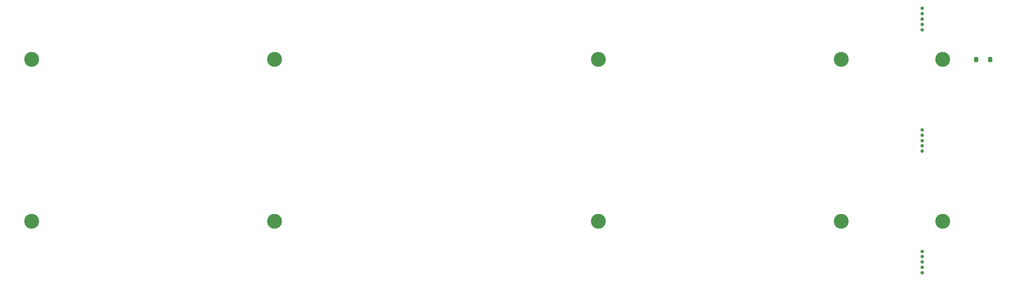
<source format=gbr>
G04 #@! TF.GenerationSoftware,KiCad,Pcbnew,(5.1.10-1-10_14)*
G04 #@! TF.CreationDate,2021-08-14T15:39:06-05:00*
G04 #@! TF.ProjectId,ori_bottom_plate,6f72695f-626f-4747-946f-6d5f706c6174,rev?*
G04 #@! TF.SameCoordinates,Original*
G04 #@! TF.FileFunction,Soldermask,Top*
G04 #@! TF.FilePolarity,Negative*
%FSLAX46Y46*%
G04 Gerber Fmt 4.6, Leading zero omitted, Abs format (unit mm)*
G04 Created by KiCad (PCBNEW (5.1.10-1-10_14)) date 2021-08-14 15:39:06*
%MOMM*%
%LPD*%
G01*
G04 APERTURE LIST*
%ADD10C,3.500000*%
%ADD11C,0.800000*%
G04 APERTURE END LIST*
D10*
X379835826Y-97618904D03*
X379835826Y-59518936D03*
G36*
G01*
X388211370Y-59168840D02*
X388211370Y-59868840D01*
G75*
G02*
X387961370Y-60118840I-250000J0D01*
G01*
X387461370Y-60118840D01*
G75*
G02*
X387211370Y-59868840I0J250000D01*
G01*
X387211370Y-59168840D01*
G75*
G02*
X387461370Y-58918840I250000J0D01*
G01*
X387961370Y-58918840D01*
G75*
G02*
X388211370Y-59168840I0J-250000D01*
G01*
G37*
G36*
G01*
X391511370Y-59168840D02*
X391511370Y-59868840D01*
G75*
G02*
X391261370Y-60118840I-250000J0D01*
G01*
X390761370Y-60118840D01*
G75*
G02*
X390511370Y-59868840I0J250000D01*
G01*
X390511370Y-59168840D01*
G75*
G02*
X390761370Y-58918840I250000J0D01*
G01*
X391261370Y-58918840D01*
G75*
G02*
X391511370Y-59168840I0J-250000D01*
G01*
G37*
X356023346Y-97618904D03*
D11*
X375048450Y-52493800D03*
X375048450Y-51243800D03*
X375048450Y-47493800D03*
X375048450Y-48743800D03*
X375048450Y-49993800D03*
X375048450Y-109656700D03*
X375048450Y-108406700D03*
X375048450Y-104656700D03*
X375048450Y-105906700D03*
X375048450Y-107156700D03*
X375048450Y-81081580D03*
X375048450Y-79831580D03*
X375048450Y-76081580D03*
X375048450Y-77331580D03*
X375048450Y-78581580D03*
D10*
X356023346Y-59518936D03*
X298873394Y-97618904D03*
X298848130Y-59518936D03*
X222673458Y-97618904D03*
X222673458Y-59518936D03*
X165523506Y-97618904D03*
X165523314Y-59518904D03*
M02*

</source>
